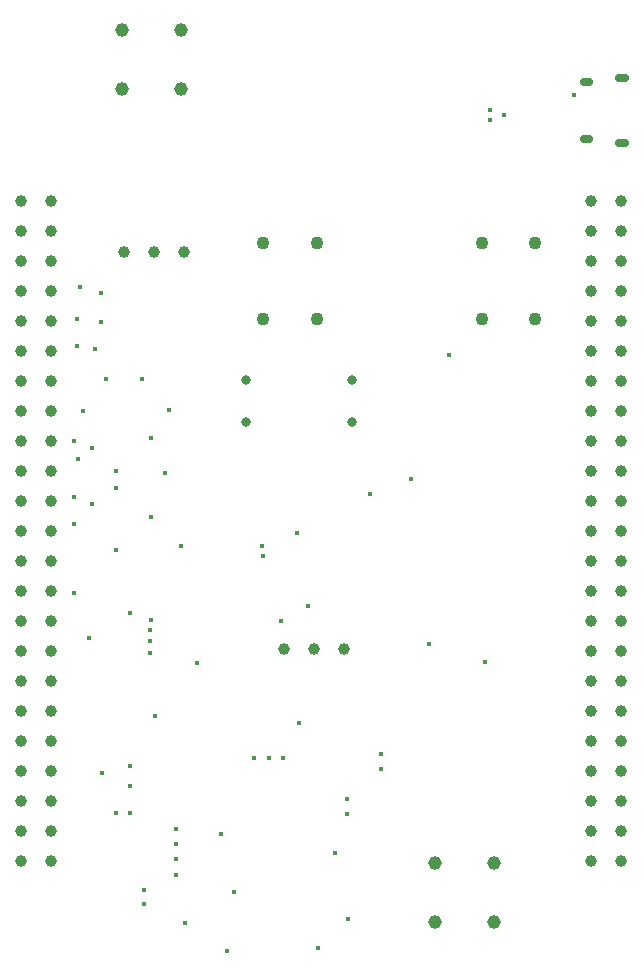
<source format=gbr>
%TF.GenerationSoftware,KiCad,Pcbnew,9.0.1+1*%
%TF.CreationDate,2025-11-22T05:06:59+00:00*%
%TF.ProjectId,com4bbb,636f6d34-6262-4622-9e6b-696361645f70,rev?*%
%TF.SameCoordinates,Original*%
%TF.FileFunction,Plated,1,4,PTH,Mixed*%
%TF.FilePolarity,Positive*%
%FSLAX46Y46*%
G04 Gerber Fmt 4.6, Leading zero omitted, Abs format (unit mm)*
G04 Created by KiCad (PCBNEW 9.0.1+1) date 2025-11-22 05:06:59*
%MOMM*%
%LPD*%
G01*
G04 APERTURE LIST*
%TA.AperFunction,ViaDrill*%
%ADD10C,0.400000*%
%TD*%
G04 aperture for slot hole*
%TA.AperFunction,ComponentDrill*%
%ADD11C,0.650000*%
%TD*%
G04 aperture for slot hole*
%TA.AperFunction,ComponentDrill*%
%ADD12C,0.700000*%
%TD*%
%TA.AperFunction,ComponentDrill*%
%ADD13C,0.800000*%
%TD*%
%TA.AperFunction,ComponentDrill*%
%ADD14C,1.000000*%
%TD*%
%TA.AperFunction,ComponentDrill*%
%ADD15C,1.100000*%
%TD*%
%TA.AperFunction,ComponentDrill*%
%ADD16C,1.150000*%
%TD*%
G04 APERTURE END LIST*
D10*
X120870100Y-82632400D03*
X120870100Y-87382400D03*
X120870100Y-89682400D03*
X120870100Y-95582400D03*
X121120100Y-72382400D03*
X121120100Y-74632400D03*
X121170100Y-84182400D03*
X121370100Y-69632400D03*
X121620100Y-80132400D03*
X122070100Y-99382400D03*
X122370100Y-83282400D03*
X122385100Y-88017400D03*
X122620100Y-74882400D03*
X123120100Y-70132400D03*
X123120100Y-72632400D03*
X123170099Y-110772399D03*
X123570100Y-77382400D03*
X124370100Y-85242400D03*
X124370100Y-86682400D03*
X124370100Y-91882400D03*
X124370100Y-114132400D03*
X125537012Y-110162188D03*
X125544100Y-97203400D03*
X125544100Y-111882400D03*
X125544100Y-114133400D03*
X126620100Y-77382400D03*
X126770100Y-120682400D03*
X126770100Y-121882400D03*
X127245100Y-98682400D03*
X127245100Y-99582400D03*
X127245100Y-100582400D03*
X127370100Y-82382400D03*
X127370100Y-89132400D03*
X127370100Y-97828400D03*
X127696100Y-105982400D03*
X128570100Y-85382400D03*
X128870100Y-80082400D03*
X129470100Y-115482400D03*
X129470100Y-116782400D03*
X129470100Y-118082400D03*
X129470100Y-119382400D03*
X129870100Y-91582400D03*
X130270100Y-123482400D03*
X131270100Y-101482400D03*
X133270100Y-115982400D03*
X133770100Y-125882400D03*
X134370100Y-120882400D03*
X136070100Y-109482400D03*
X136770100Y-91582400D03*
X136797652Y-92381928D03*
X137370100Y-109482400D03*
X138370100Y-97882400D03*
X138570100Y-109482400D03*
X139687042Y-90449342D03*
X139870100Y-106582400D03*
X140670100Y-96682400D03*
X141470100Y-125582400D03*
X142970100Y-117582400D03*
X143970100Y-112982400D03*
X143970100Y-114282400D03*
X144070100Y-123182400D03*
X145870100Y-87132400D03*
X146870100Y-109182400D03*
X146870100Y-110482400D03*
X149370100Y-85882400D03*
X150902600Y-99849900D03*
X152620100Y-75382400D03*
X155620100Y-101382400D03*
X156070100Y-54657400D03*
X156070100Y-55507400D03*
X157270100Y-55082400D03*
X163170100Y-53382400D03*
D11*
%TO.C,J201*%
X164050100Y-52262400D02*
X164450100Y-52262400D01*
X164050100Y-57102400D02*
X164450100Y-57102400D01*
D12*
X167000100Y-51952400D02*
X167500100Y-51952400D01*
X167000100Y-57412400D02*
X167500100Y-57412400D01*
D13*
%TO.C,C103*%
X135370100Y-77535051D03*
X135370100Y-81035051D03*
%TO.C,C104*%
X144370100Y-77535051D03*
X144370100Y-81035051D03*
D14*
%TO.C,P9*%
X116370100Y-62382400D03*
X116370100Y-64922400D03*
X116370100Y-67462400D03*
X116370100Y-70002400D03*
X116370100Y-72542400D03*
X116370100Y-75082400D03*
X116370100Y-77622400D03*
X116370100Y-80162400D03*
X116370100Y-82702400D03*
X116370100Y-85242400D03*
X116370100Y-87782400D03*
X116370100Y-90322400D03*
X116370100Y-92862400D03*
X116370100Y-95402400D03*
X116370100Y-97942400D03*
X116370100Y-100482400D03*
X116370100Y-103022400D03*
X116370100Y-105562400D03*
X116370100Y-108102400D03*
X116370100Y-110642400D03*
X116370100Y-113182400D03*
X116370100Y-115722400D03*
X116370100Y-118262400D03*
X118910100Y-62382400D03*
X118910100Y-64922400D03*
X118910100Y-67462400D03*
X118910100Y-70002400D03*
X118910100Y-72542400D03*
X118910100Y-75082400D03*
X118910100Y-77622400D03*
X118910100Y-80162400D03*
X118910100Y-82702400D03*
X118910100Y-85242400D03*
X118910100Y-87782400D03*
X118910100Y-90322400D03*
X118910100Y-92862400D03*
X118910100Y-95402400D03*
X118910100Y-97942400D03*
X118910100Y-100482400D03*
X118910100Y-103022400D03*
X118910100Y-105562400D03*
X118910100Y-108102400D03*
X118910100Y-110642400D03*
X118910100Y-113182400D03*
X118910100Y-115722400D03*
X118910100Y-118262400D03*
%TO.C,U102*%
X125080100Y-66632400D03*
X127620100Y-66632400D03*
X130160100Y-66632400D03*
%TO.C,JP203*%
X138590100Y-100282400D03*
X141130100Y-100282400D03*
X143670100Y-100282400D03*
%TO.C,P8*%
X164630100Y-62382400D03*
X164630100Y-64922400D03*
X164630100Y-67462400D03*
X164630100Y-70002400D03*
X164630100Y-72542400D03*
X164630100Y-75082400D03*
X164630100Y-77622400D03*
X164630100Y-80162400D03*
X164630100Y-82702400D03*
X164630100Y-85242400D03*
X164630100Y-87782400D03*
X164630100Y-90322400D03*
X164630100Y-92862400D03*
X164630100Y-95402400D03*
X164630100Y-97942400D03*
X164630100Y-100482400D03*
X164630100Y-103022400D03*
X164630100Y-105562400D03*
X164630100Y-108102400D03*
X164630100Y-110642400D03*
X164630100Y-113182400D03*
X164630100Y-115722400D03*
X164630100Y-118262400D03*
X167170100Y-62382400D03*
X167170100Y-64922400D03*
X167170100Y-67462400D03*
X167170100Y-70002400D03*
X167170100Y-72542400D03*
X167170100Y-75082400D03*
X167170100Y-77622400D03*
X167170100Y-80162400D03*
X167170100Y-82702400D03*
X167170100Y-85242400D03*
X167170100Y-87782400D03*
X167170100Y-90322400D03*
X167170100Y-92862400D03*
X167170100Y-95402400D03*
X167170100Y-97942400D03*
X167170100Y-100482400D03*
X167170100Y-103022400D03*
X167170100Y-105562400D03*
X167170100Y-108102400D03*
X167170100Y-110642400D03*
X167170100Y-113182400D03*
X167170100Y-115722400D03*
X167170100Y-118262400D03*
D15*
%TO.C,SW102*%
X136870100Y-65882400D03*
X136870100Y-72382400D03*
X141370100Y-65882400D03*
X141370100Y-72382400D03*
%TO.C,SW101*%
X155370100Y-65882400D03*
X155370100Y-72382400D03*
X159870100Y-65882400D03*
X159870100Y-72382400D03*
D16*
%TO.C,J102*%
X124870100Y-47882400D03*
X124870100Y-52882400D03*
X129870100Y-47882400D03*
X129870100Y-52882400D03*
%TO.C,J101*%
X151370100Y-118382400D03*
X151370100Y-123382400D03*
X156370100Y-118382400D03*
X156370100Y-123382400D03*
M02*

</source>
